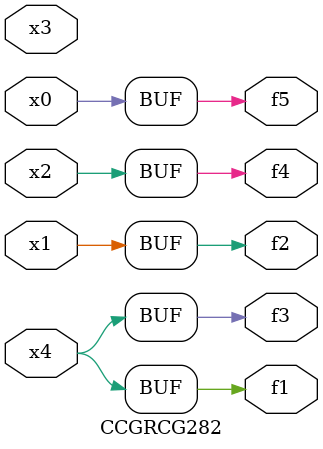
<source format=v>
module CCGRCG282(
	input x0, x1, x2, x3, x4,
	output f1, f2, f3, f4, f5
);
	assign f1 = x4;
	assign f2 = x1;
	assign f3 = x4;
	assign f4 = x2;
	assign f5 = x0;
endmodule

</source>
